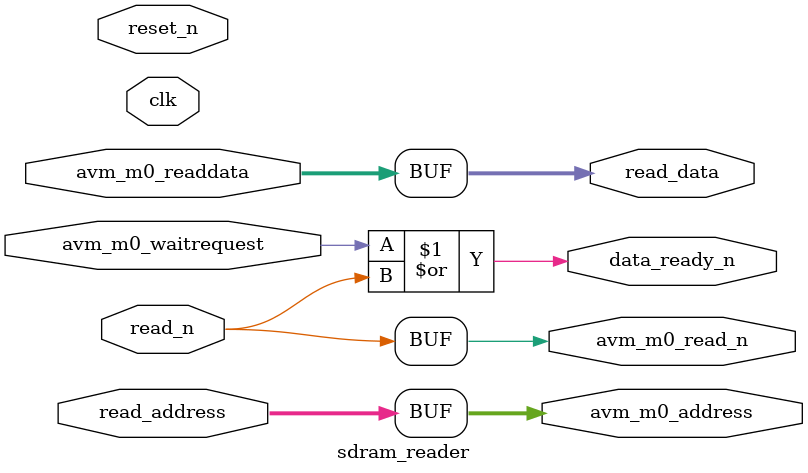
<source format=sv>
/*
http://www.alteraforum.com/forum/showthread.php?t=28501&p=114547#post114547

"The read data valid and wait request can actually be 1 at the same time, if
you are doing pipelined transfers. Then the wait request is used to control the
read command flow, while the read data valid controls the read result flow. The
two processes in a pipeline transfer are almost independent and can happen any time.

You can simplify your interface by removing the readdatavalid signal, disabling
the pipelining. Or alternatively, to do a pipeline read:

    put the read signal at 1 and wait a clock cycle
    put it back at 0 as soon as waitrequest is 0
    wait for the readdatavalid signal to be 1
    read the data"

http://www.alteraforum.com/forum/showthread.php?t=32178&p=131292#post131292

This post says "a slave cannot deassert wait and assert readdatavalid in the
same clock cycle" but I am seeing that behavior from the SDRAM controller.

http://www.alteraforum.com/forum/showthread.php?t=26957

This thread discusses the aforementioned violation and provides a test case of
a parameterized slave.
*/

// First, I'll try disabling pipelining by removing readdatavalid.

module sdram_reader(
	output logic[24:0] avm_m0_address,       //    m0.address
	output logic       avm_m0_read_n,        //      .read_n
	input  logic[31:0] avm_m0_readdata,      //      .readdata
	input  logic       avm_m0_waitrequest,   //      .waitrequest
//	input  logic       avm_m0_readdatavalid, //      .readdatavalid
	input  logic       clk,                  // clock.clk
	input  logic       reset_n,              // reset.reset_n
	input  logic       read_n,
	input  logic[24:0] read_address,
	output logic[31:0] read_data,
	output logic       data_ready_n
);

	assign avm_m0_address= read_address;
	assign avm_m0_read_n= read_n;
	assign read_data= avm_m0_readdata;
	assign data_ready_n= avm_m0_waitrequest | read_n;

endmodule

</source>
